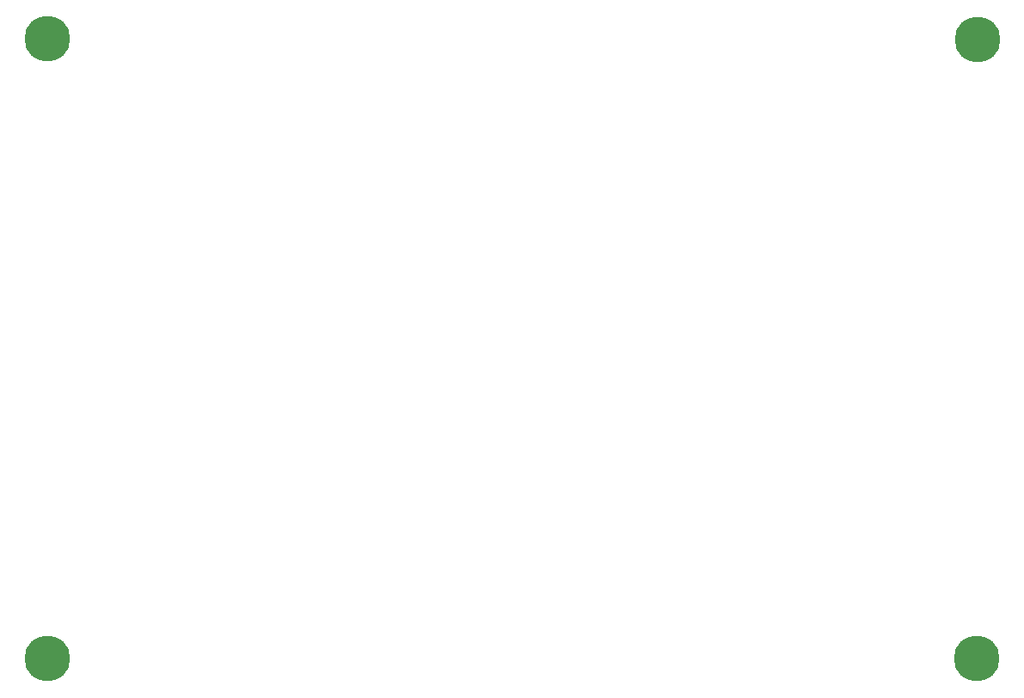
<source format=gbr>
G04 #@! TF.GenerationSoftware,KiCad,Pcbnew,(5.1.2)-2*
G04 #@! TF.CreationDate,2021-09-09T11:51:10-03:00*
G04 #@! TF.ProjectId,MAG_Plus,4d41475f-506c-4757-932e-6b696361645f,rev?*
G04 #@! TF.SameCoordinates,Original*
G04 #@! TF.FileFunction,Copper,L2,Bot*
G04 #@! TF.FilePolarity,Positive*
%FSLAX46Y46*%
G04 Gerber Fmt 4.6, Leading zero omitted, Abs format (unit mm)*
G04 Created by KiCad (PCBNEW (5.1.2)-2) date 2021-09-09 11:51:10*
%MOMM*%
%LPD*%
G04 APERTURE LIST*
%ADD10C,4.500000*%
G04 APERTURE END LIST*
D10*
X452110000Y-47480000D03*
X360620000Y-47460000D03*
X360620000Y-108470000D03*
X452100000Y-108460000D03*
M02*

</source>
